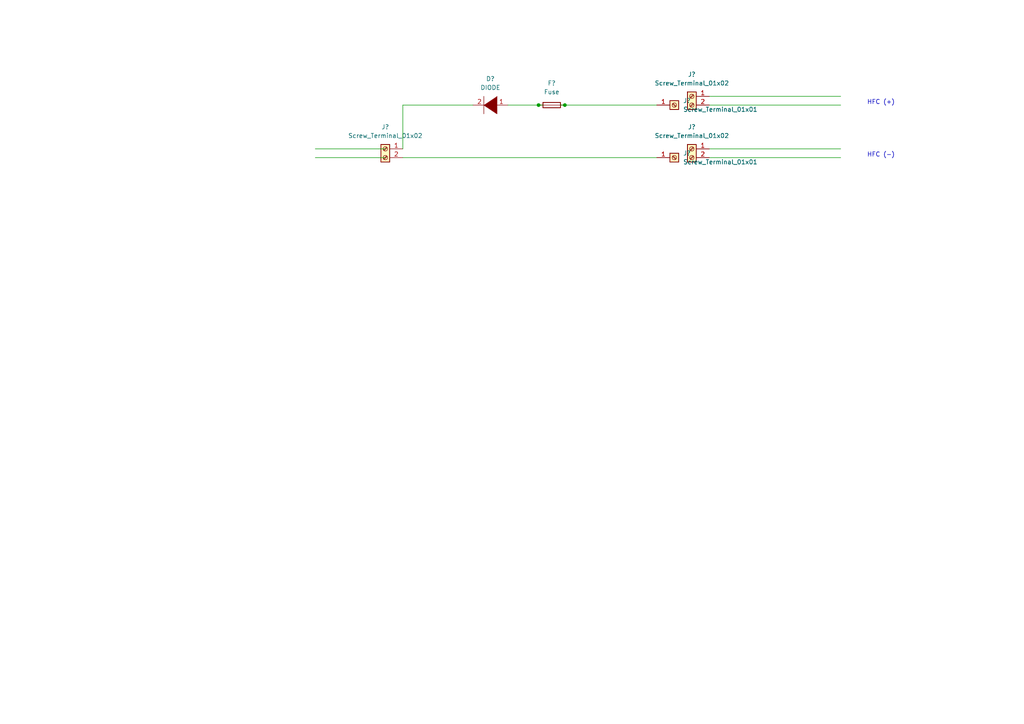
<source format=kicad_sch>
(kicad_sch (version 20211123) (generator eeschema)
  (paper "A4")
  (lib_symbols
    (symbol "Connector:Screw_Terminal_01x01" (pin_names (offset 1.016) hide)
      (property "Reference" "J" (at 0 2.54 0))
      (property "Value" "Screw_Terminal_01x01" (at 0 -2.54 0))
      (symbol "Screw_Terminal_01x01_1_1"
        (rectangle (start -1.27 1.27) (end 1.27 -1.27) (stroke (width 0.254)) (fill (type background)))
        (polyline (pts (xy -0.5334 0.3302) (xy 0.3302 -0.508)) (stroke (width 0.1524)))
        (polyline (pts (xy -0.3556 0.508) (xy 0.508 -0.3302)) (stroke (width 0.1524)))
        (circle (center 0 0) (radius 0.635) (stroke (width 0.1524)))
        (pin passive line (at -5.08 0 0) (length 3.81) (name "Pin_1") (number "1"))
      )
    )
    (symbol "Connector:Screw_Terminal_01x02" (pin_names (offset 1.016) hide)
      (property "Reference" "J" (at 0 2.54 0))
      (property "Value" "Screw_Terminal_01x02" (at 0 -5.08 0))
      (symbol "Screw_Terminal_01x02_1_1"
        (rectangle (start -1.27 1.27) (end 1.27 -3.81) (stroke (width 0.254)) (fill (type background)))
        (circle (center 0 -2.54) (radius 0.635) (stroke (width 0.1524)))
        (polyline (pts (xy -0.5334 -2.2098) (xy 0.3302 -3.048)) (stroke (width 0.1524)))
        (polyline (pts (xy -0.5334 0.3302) (xy 0.3302 -0.508)) (stroke (width 0.1524)))
        (polyline (pts (xy -0.3556 -2.032) (xy 0.508 -2.8702)) (stroke (width 0.1524)))
        (polyline (pts (xy -0.3556 0.508) (xy 0.508 -0.3302)) (stroke (width 0.1524)))
        (circle (center 0 0) (radius 0.635) (stroke (width 0.1524)))
        (pin passive line (at -5.08 0 0) (length 3.81) (name "Pin_1") (number "1"))
        (pin passive line (at -5.08 -2.54 0) (length 3.81) (name "Pin_2") (number "2"))
      )
    )
    (symbol "Device:Fuse" (pin_numbers hide) (pin_names (offset 0))
      (property "Reference" "F" (at 2.032 0 90))
      (property "Value" "Fuse" (at -1.905 0 90))
      (symbol "Fuse_0_1"
        (rectangle (start -0.762 -2.54) (end 0.762 2.54) (stroke (width 0.254)))
        (polyline (pts (xy 0 2.54) (xy 0 -2.54)))
      )
      (symbol "Fuse_1_1"
        (pin passive line (at 0 3.81 270) (length 1.27) (name "~") (number "1"))
        (pin passive line (at 0 -3.81 90) (length 1.27) (name "~") (number "2"))
      )
    )
    (symbol "pspice:DIODE" (pin_names (offset 1.016) hide)
      (property "Reference" "D" (at 0 3.81 0))
      (property "Value" "DIODE" (at 0 -4.445 0))
      (symbol "DIODE_0_1"
        (polyline (pts (xy 1.905 2.54) (xy 1.905 -2.54)))
        (polyline (pts (xy -1.905 2.54) (xy -1.905 -2.54) (xy 1.905 0)) (fill (type outline)))
      )
      (symbol "DIODE_1_1"
        (pin input line (at -5.08 0 0) (length 3.81) (name "K") (number "1"))
        (pin input line (at 5.08 0 180) (length 3.81) (name "A") (number "2"))
      )
    )
  )
  (junction (at 163.83 30.48))
  (junction (at 156.21 30.48))
  (wire (pts (xy 116.84 45.72) (xy 190.5 45.72)))
  (wire (pts (xy 116.84 30.48) (xy 116.84 43.18)))
  (wire (pts (xy 205.74 27.94) (xy 243.84 27.94)))
  (wire (pts (xy 205.74 43.18) (xy 243.84 43.18)))
  (wire (pts (xy 156.21 30.48) (xy 157.48 30.48)))
  (wire (pts (xy 163.83 30.48) (xy 190.5 30.48)))
  (wire (pts (xy 147.32 30.48) (xy 156.21 30.48)))
  (wire (pts (xy 91.44 43.18) (xy 111.76 43.18)))
  (wire (pts (xy 205.74 45.72) (xy 243.84 45.72)))
  (wire (pts (xy 116.84 30.48) (xy 137.16 30.48)))
  (wire (pts (xy 91.44 45.72) (xy 111.76 45.72)))
  (wire (pts (xy 205.74 30.48) (xy 243.84 30.48)))
  (wire (pts (xy 162.56 30.48) (xy 163.83 30.48)))
  (text "HFC (-)" (at 251.46 45.72 0) (effects (font (size 1.27 1.27)) (justify left bottom)))
  (text "HFC (+)" (at 251.46 30.48 0) (effects (font (size 1.27 1.27)) (justify left bottom)))
  (symbol (lib_id "Connector:Screw_Terminal_01x02") (at 200.66 43.18 0) (mirror y) (unit 1)
    (property "Reference" "J?" (at 200.66 36.83 0))
    (property "Value" "Screw_Terminal_01x02" (at 200.66 39.37 0))
  )
  (symbol (lib_id "pspice:DIODE") (at 142.24 30.48 0) (mirror y) (unit 1)
    (property "Reference" "D?" (at 142.24 22.86 0))
    (property "Value" "DIODE" (at 142.24 25.4 0))
  )
  (symbol (lib_id "Connector:Screw_Terminal_01x01") (at 195.58 45.72 0) (unit 1)
    (property "Reference" "J?" (at 198.12 44.4499 0) (effects (justify left)))
    (property "Value" "Screw_Terminal_01x01" (at 198.12 46.9899 0) (effects (justify left)))
  )
  (symbol (lib_id "Connector:Screw_Terminal_01x02") (at 111.76 43.18 0) (mirror y) (unit 1)
    (property "Reference" "J?" (at 111.76 36.83 0))
    (property "Value" "Screw_Terminal_01x02" (at 111.76 39.37 0))
  )
  (symbol (lib_id "Device:Fuse") (at 160.02 30.48 90) (unit 1)
    (property "Reference" "F?" (at 160.02 24.13 90))
    (property "Value" "Fuse" (at 160.02 26.67 90))
  )
  (symbol (lib_id "Connector:Screw_Terminal_01x01") (at 195.58 30.48 0) (unit 1)
    (property "Reference" "J?" (at 198.12 29.2099 0) (effects (justify left)))
    (property "Value" "Screw_Terminal_01x01" (at 198.12 31.7499 0) (effects (justify left)))
  )
  (symbol (lib_id "Connector:Screw_Terminal_01x02") (at 200.66 27.94 0) (mirror y) (unit 1)
    (property "Reference" "J?" (at 200.66 21.59 0))
    (property "Value" "Screw_Terminal_01x02" (at 200.66 24.13 0))
  )
)
</source>
